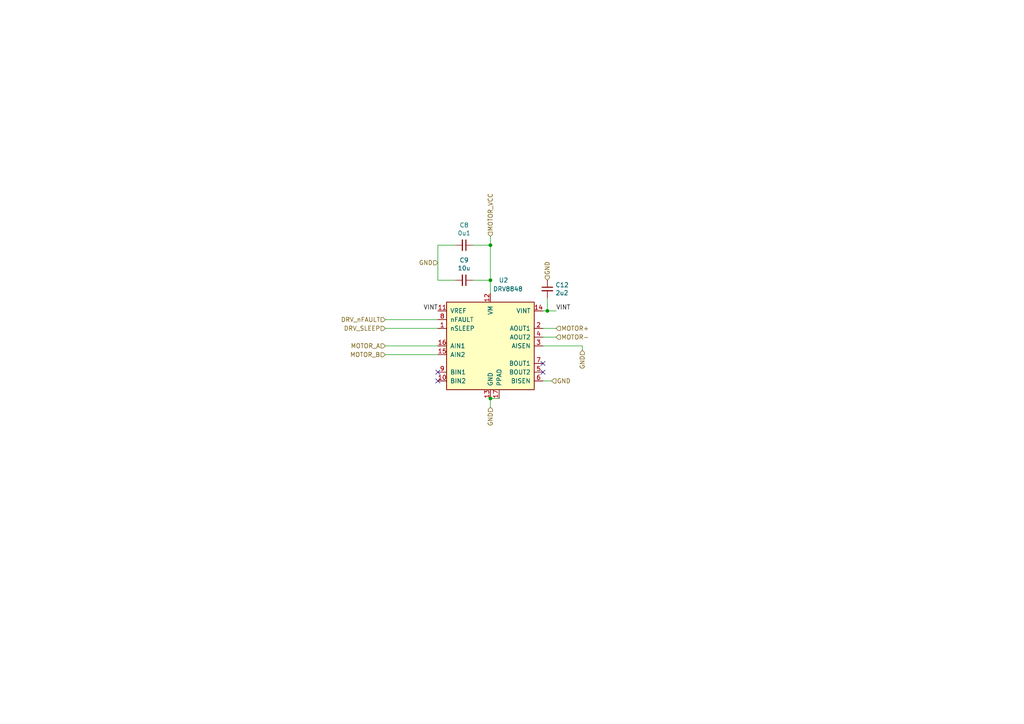
<source format=kicad_sch>
(kicad_sch (version 20231120) (generator "eeschema") (generator_version "8.0")
  (paper "A4")
  (lib_symbols
    (symbol "Device:C_Small" (pin_numbers hide) (pin_names (offset 0.254) hide)
      (property "Reference" "C" (at 0.254 1.778 0))
      (property "Value" "C_Small" (at 0.254 -2.032 0))
      (symbol "C_Small_0_1"
        (polyline (pts (xy -1.524 -0.508) (xy 1.524 -0.508)) (stroke (width 0.3302)))
        (polyline (pts (xy -1.524 0.508) (xy 1.524 0.508)) (stroke (width 0.3048)))
      )
      (symbol "C_Small_1_1"
        (pin passive line (at 0 2.54 270) (length 2.032) (name "~") (number "1"))
        (pin passive line (at 0 -2.54 90) (length 2.032) (name "~") (number "2"))
      )
    )
    (symbol "jantteri_right-rescue:DRV8848-Driver_Motor" (pin_names (offset 1.016))
      (property "Reference" "U" (at -11.43 14.224 0))
      (property "Value" "Driver_Motor_DRV8848" (at 7.366 14.224 0))
      (symbol "DRV8848-Driver_Motor_0_1"
        (rectangle (start -12.7 12.7) (end 12.7 -12.7) (stroke (width 0.254)) (fill (type background)))
      )
      (symbol "DRV8848-Driver_Motor_1_1"
        (pin input line (at -15.24 5.08 0) (length 2.54) (name "nSLEEP") (number "1"))
        (pin input line (at -15.24 -10.16 0) (length 2.54) (name "BIN2") (number "10"))
        (pin input line (at -15.24 10.16 0) (length 2.54) (name "VREF") (number "11"))
        (pin power_in line (at 0 15.24 270) (length 2.54) (name "VM") (number "12"))
        (pin power_in line (at 0 -15.24 90) (length 2.54) (name "GND") (number "13"))
        (pin passive line (at 15.24 10.16 180) (length 2.54) (name "VINT") (number "14"))
        (pin input line (at -15.24 -2.54 0) (length 2.54) (name "AIN2") (number "15"))
        (pin input line (at -15.24 0 0) (length 2.54) (name "AIN1") (number "16"))
        (pin power_in line (at 2.54 -15.24 90) (length 2.54) (name "PPAD") (number "17"))
        (pin output line (at 15.24 5.08 180) (length 2.54) (name "AOUT1") (number "2"))
        (pin passive line (at 15.24 0 180) (length 2.54) (name "AISEN") (number "3"))
        (pin output line (at 15.24 2.54 180) (length 2.54) (name "AOUT2") (number "4"))
        (pin output line (at 15.24 -7.62 180) (length 2.54) (name "BOUT2") (number "5"))
        (pin passive line (at 15.24 -10.16 180) (length 2.54) (name "BISEN") (number "6"))
        (pin output line (at 15.24 -5.08 180) (length 2.54) (name "BOUT1") (number "7"))
        (pin open_collector line (at -15.24 7.62 0) (length 2.54) (name "nFAULT") (number "8"))
        (pin input line (at -15.24 -7.62 0) (length 2.54) (name "BIN1") (number "9"))
      )
    )
  )
  (junction (at 158.75 90.17))
  (junction (at 142.24 115.57))
  (junction (at 142.24 71.12))
  (junction (at 142.24 81.28))
  (no_connect (at 157.48 107.95))
  (no_connect (at 127 110.49))
  (no_connect (at 157.48 105.41))
  (no_connect (at 127 107.95))
  (wire (pts (xy 142.24 115.57) (xy 144.78 115.57)))
  (wire (pts (xy 142.24 71.12) (xy 142.24 68.58)))
  (wire (pts (xy 158.75 86.36) (xy 158.75 90.17)))
  (wire (pts (xy 127 81.28) (xy 132.08 81.28)))
  (wire (pts (xy 168.91 100.33) (xy 168.91 101.6)))
  (wire (pts (xy 142.24 71.12) (xy 142.24 81.28)))
  (wire (pts (xy 137.16 71.12) (xy 142.24 71.12)))
  (wire (pts (xy 158.75 90.17) (xy 157.48 90.17)))
  (wire (pts (xy 127 71.12) (xy 127 81.28)))
  (wire (pts (xy 137.16 81.28) (xy 142.24 81.28)))
  (wire (pts (xy 111.76 95.25) (xy 127 95.25)))
  (wire (pts (xy 157.48 110.49) (xy 160.02 110.49)))
  (wire (pts (xy 142.24 81.28) (xy 142.24 85.09)))
  (wire (pts (xy 132.08 71.12) (xy 127 71.12)))
  (wire (pts (xy 157.48 95.25) (xy 161.29 95.25)))
  (wire (pts (xy 158.75 90.17) (xy 161.29 90.17)))
  (wire (pts (xy 111.76 92.71) (xy 127 92.71)))
  (wire (pts (xy 111.76 102.87) (xy 127 102.87)))
  (wire (pts (xy 157.48 100.33) (xy 168.91 100.33)))
  (wire (pts (xy 161.29 97.79) (xy 157.48 97.79)))
  (wire (pts (xy 142.24 118.11) (xy 142.24 115.57)))
  (wire (pts (xy 111.76 100.33) (xy 127 100.33)))
  (label "VINT" (at 161.29 90.17 0))
  (label "VINT" (at 127 90.17 180))
  (hierarchical_label "GND" (shape input) (at 160.02 110.49 0))
  (hierarchical_label "GND" (shape input) (at 127 76.2 180))
  (hierarchical_label "GND" (shape input) (at 142.24 118.11 270))
  (hierarchical_label "DRV_SLEEP" (shape input) (at 111.76 95.25 180))
  (hierarchical_label "MOTOR+" (shape input) (at 161.29 95.25 0))
  (hierarchical_label "GND" (shape input) (at 168.91 101.6 270))
  (hierarchical_label "MOTOR-" (shape input) (at 161.29 97.79 0))
  (hierarchical_label "MOTOR_A" (shape input) (at 111.76 100.33 180))
  (hierarchical_label "MOTOR_B" (shape input) (at 111.76 102.87 180))
  (hierarchical_label "MOTOR_VCC" (shape input) (at 142.24 68.58 90))
  (hierarchical_label "DRV_nFAULT" (shape input) (at 111.76 92.71 180))
  (hierarchical_label "GND" (shape input) (at 158.75 81.28 90))
  (symbol (lib_id "jantteri_right-rescue:DRV8848-Driver_Motor") (at 142.24 100.33 0) (unit 1)
    (property "Reference" "U2" (at 146.05 81.28 0))
    (property "Value" "DRV8848" (at 147.32 83.82 0))
    (property "Footprint" "Package_SO:TSSOP-16-1EP_4.4x5mm_P0.65mm" (effects (hide yes)))
    (property "Datasheet" "http://www.ti.com/lit/ds/symlink/drv8848.pdf" (effects (hide yes)))
    (property "LCSC" "C131079" (effects (hide yes)))
  )
  (symbol (lib_id "Device:C_Small") (at 158.75 83.82 0) (unit 1)
    (property "Reference" "C12" (at 161.0868 82.6516 0) (effects (justify left)))
    (property "Value" "2u2" (at 161.0868 84.963 0) (effects (justify left)))
    (property "Footprint" "Capacitor_SMD:C_0805_2012Metric" (effects (hide yes)))
    (property "LCSC" "C377773" (effects (hide yes)))
  )
  (symbol (lib_id "Device:C_Small") (at 134.62 71.12 270) (unit 1)
    (property "Reference" "C8" (at 134.62 65.3034 90))
    (property "Value" "0u1" (at 134.62 67.6148 90))
    (property "Footprint" "Capacitor_SMD:C_0603_1608Metric" (effects (hide yes)))
    (property "LCSC" "C14663" (effects (hide yes)))
  )
  (symbol (lib_id "Device:C_Small") (at 134.62 81.28 270) (unit 1)
    (property "Reference" "C9" (at 134.62 75.4634 90))
    (property "Value" "10u" (at 134.62 77.7748 90))
    (property "Footprint" "Capacitor_SMD:C_0805_2012Metric" (effects (hide yes)))
    (property "LCSC" "C15850" (effects (hide yes)))
  )
)
</source>
